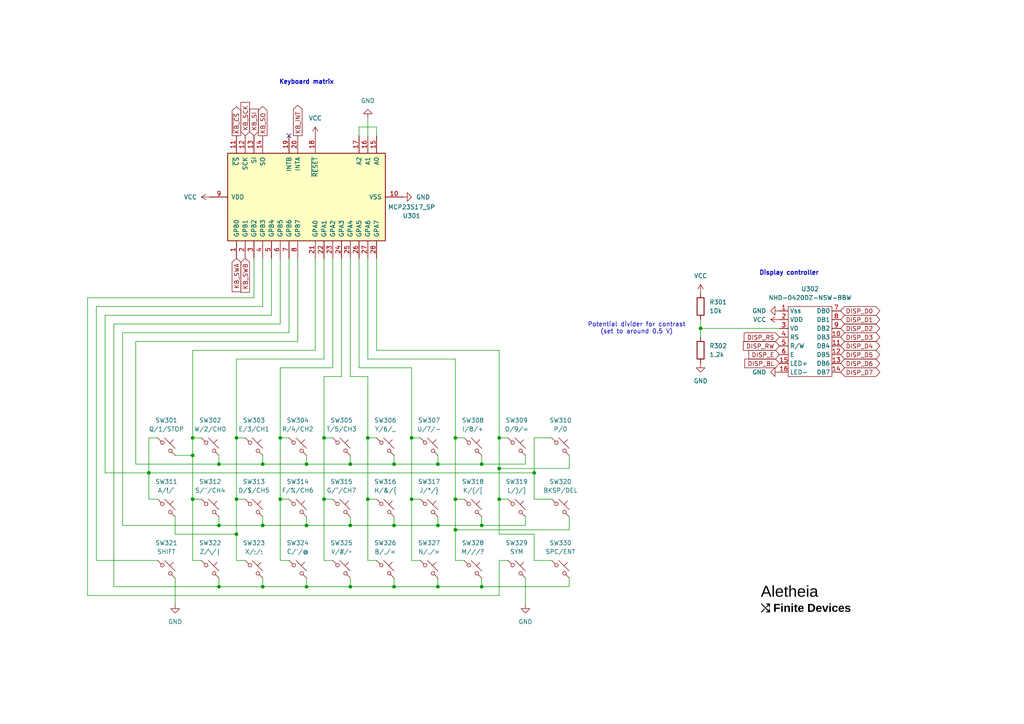
<source format=kicad_sch>
(kicad_sch (version 20250114) (generator "eeschema") (generator_version "9.0")
  (paper "A4")
  (title_block (title "Aletheia") (date "2026-01-15") (rev "1") (company "Finite Devices"))
  (lib_symbols
    (symbol "Components:NHD-0420DZ-FL-YBW"
      (property "Reference" "U" (at -4.318 13.716 0))
      (property "Value" "NHD-0420DZ-FL-YBW" (at 6.096 11.684 0))
      (symbol "NHD-0420DZ-FL-YBW_0_1"
        (rectangle (start -5.08 10.16) (end 7.62 -10.16))
      )
      (symbol "NHD-0420DZ-FL-YBW_1_1"
        (pin power_in line (at -7.62 8.89 0) (length 2.54) (name "Vss") (number "1"))
        (pin power_in line (at -7.62 6.35 0) (length 2.54) (name "VDD") (number "2"))
        (pin power_in line (at -7.62 3.81 0) (length 2.54) (name "V0") (number "3"))
        (pin input line (at -7.62 1.27 0) (length 2.54) (name "RS") (number "4"))
        (pin input line (at -7.62 -1.27 0) (length 2.54) (name "R/W") (number "5"))
        (pin input line (at -7.62 -3.81 0) (length 2.54) (name "E") (number "6"))
        (pin power_in line (at -7.62 -6.35 0) (length 2.54) (name "LED+") (number "15"))
        (pin power_in line (at -7.62 -8.89 0) (length 2.54) (name "LED-") (number "16"))
        (pin tri_state line (at 10.16 8.89 180) (length 2.54) (name "DB0") (number "7"))
        (pin tri_state line (at 10.16 6.35 180) (length 2.54) (name "DB1") (number "8"))
        (pin tri_state line (at 10.16 3.81 180) (length 2.54) (name "DB2") (number "9"))
        (pin tri_state line (at 10.16 1.27 180) (length 2.54) (name "DB3") (number "10"))
        (pin tri_state line (at 10.16 -1.27 180) (length 2.54) (name "DB4") (number "11"))
        (pin tri_state line (at 10.16 -3.81 180) (length 2.54) (name "DB5") (number "12"))
        (pin tri_state line (at 10.16 -6.35 180) (length 2.54) (name "DB6") (number "13"))
        (pin tri_state line (at 10.16 -8.89 180) (length 2.54) (name "DB7") (number "14"))
      )
    )
    (symbol "Device:R" (pin_numbers (hide yes)) (pin_names (offset 0))
      (property "Reference" "R" (at 2.032 0 90))
      (property "Value" "R" (at 0 0 90))
      (symbol "R_0_1"
        (rectangle (start -1.016 -2.54) (end 1.016 2.54) (stroke (width 0.254)))
      )
      (symbol "R_1_1"
        (pin passive line (at 0 3.81 270) (length 1.27) (name "~") (number "1"))
        (pin passive line (at 0 -3.81 90) (length 1.27) (name "~") (number "2"))
      )
    )
    (symbol "Interface_Expansion:MCP23S17_SP" (pin_names (offset 1.016))
      (property "Reference" "U" (at -11.43 24.13 0))
      (property "Value" "MCP23S17_SP" (at 0 0 0))
      (symbol "MCP23S17_SP_0_1"
        (rectangle (start -12.7 22.86) (end 12.7 -22.86) (stroke (width 0.254)) (fill (type background)))
      )
      (symbol "MCP23S17_SP_1_1"
        (pin input line (at -17.78 20.32 0) (length 5.08) (name "~{CS}") (number "11"))
        (pin input line (at -17.78 17.78 0) (length 5.08) (name "SCK") (number "12"))
        (pin input line (at -17.78 15.24 0) (length 5.08) (name "SI") (number "13"))
        (pin output line (at -17.78 12.7 0) (length 5.08) (name "SO") (number "14"))
        (pin tri_state line (at -17.78 5.08 0) (length 5.08) (name "INTB") (number "19"))
        (pin tri_state line (at -17.78 2.54 0) (length 5.08) (name "INTA") (number "20"))
        (pin input line (at -17.78 -2.54 0) (length 5.08) (name "~{RESET}") (number "18"))
        (pin input line (at -17.78 -15.24 0) (length 5.08) (name "A2") (number "17"))
        (pin input line (at -17.78 -17.78 0) (length 5.08) (name "A1") (number "16"))
        (pin input line (at -17.78 -20.32 0) (length 5.08) (name "A0") (number "15"))
        (pin power_in line (at 0 27.94 270) (length 5.08) (name "VDD") (number "9"))
        (pin power_in line (at 0 -27.94 90) (length 5.08) (name "VSS") (number "10"))
        (pin bidirectional line (at 17.78 20.32 180) (length 5.08) (name "GPB0") (number "1"))
        (pin bidirectional line (at 17.78 17.78 180) (length 5.08) (name "GPB1") (number "2"))
        (pin bidirectional line (at 17.78 15.24 180) (length 5.08) (name "GPB2") (number "3"))
        (pin bidirectional line (at 17.78 12.7 180) (length 5.08) (name "GPB3") (number "4"))
        (pin bidirectional line (at 17.78 10.16 180) (length 5.08) (name "GPB4") (number "5"))
        (pin bidirectional line (at 17.78 7.62 180) (length 5.08) (name "GPB5") (number "6"))
        (pin bidirectional line (at 17.78 5.08 180) (length 5.08) (name "GPB6") (number "7"))
        (pin bidirectional line (at 17.78 2.54 180) (length 5.08) (name "GPB7") (number "8"))
        (pin bidirectional line (at 17.78 -2.54 180) (length 5.08) (name "GPA0") (number "21"))
        (pin bidirectional line (at 17.78 -5.08 180) (length 5.08) (name "GPA1") (number "22"))
        (pin bidirectional line (at 17.78 -7.62 180) (length 5.08) (name "GPA2") (number "23"))
        (pin bidirectional line (at 17.78 -10.16 180) (length 5.08) (name "GPA3") (number "24"))
        (pin bidirectional line (at 17.78 -12.7 180) (length 5.08) (name "GPA4") (number "25"))
        (pin bidirectional line (at 17.78 -15.24 180) (length 5.08) (name "GPA5") (number "26"))
        (pin bidirectional line (at 17.78 -17.78 180) (length 5.08) (name "GPA6") (number "27"))
        (pin bidirectional line (at 17.78 -20.32 180) (length 5.08) (name "GPA7") (number "28"))
      )
    )
    (symbol "Switch:SW_Push_45deg" (pin_numbers (hide yes)) (pin_names (offset 1.016) (hide yes))
      (property "Reference" "SW" (at 3.048 1.016 0))
      (property "Value" "SW_Push_45deg" (at 0 -3.81 0))
      (symbol "SW_Push_45deg_0_1"
        (polyline (pts (xy -2.54 2.54) (xy -1.524 1.524) (xy -1.524 1.524)))
        (circle (center -1.1684 1.1684) (radius 0.508))
        (polyline (pts (xy -0.508 2.54) (xy 2.54 -0.508)))
        (polyline (pts (xy 1.016 1.016) (xy 2.032 2.032)))
        (circle (center 1.143 -1.1938) (radius 0.508))
        (polyline (pts (xy 1.524 -1.524) (xy 2.54 -2.54) (xy 2.54 -2.54) (xy 2.54 -2.54)))
        (pin passive line (at -2.54 2.54 0) (length 0) (name "1") (number "1"))
        (pin passive line (at 2.54 -2.54 180) (length 0) (name "2") (number "2"))
      )
    )
    (symbol "power:GND" (power) (pin_numbers (hide yes)) (pin_names (offset 0) (hide yes))
      (property "Value" "GND" (at 0 -3.81 0))
      (symbol "GND_0_1"
        (polyline (pts (xy 0 0) (xy 0 -1.27) (xy 1.27 -1.27) (xy 0 -2.54) (xy -1.27 -1.27) (xy 0 -1.27)))
      )
      (symbol "GND_1_1"
        (pin power_in line (at 0 0 270) (length 0) (name "~") (number "1"))
      )
    )
    (symbol "power:VCC" (power) (pin_numbers (hide yes)) (pin_names (offset 0) (hide yes))
      (property "Value" "VCC" (at 0 3.556 0))
      (symbol "VCC_0_1"
        (polyline (pts (xy -0.762 1.27) (xy 0 2.54)))
        (polyline (pts (xy 0 2.54) (xy 0.762 1.27)))
        (polyline (pts (xy 0 0) (xy 0 2.54)))
      )
      (symbol "VCC_1_1"
        (pin power_in line (at 0 0 90) (length 0) (name "~") (number "1"))
      )
    )
  )
  (text "Display controller" (at 228.854 79.248 0) (effects (font (size 1.27 1.27) (thickness 0.254) (bold yes))))
  (text "Keyboard matrix" (at 88.9 23.876 0) (effects (font (size 1.27 1.27) (thickness 0.254) (bold yes))))
  (text "Potential divider for contrast\n(set to around 0.5 V)" (at 184.658 95.25 0) (effects (font (size 1.27 1.27) (thickness 0.1588))))
  (junction (at 93.98 127))
  (junction (at 63.5 170.18))
  (junction (at 55.88 144.78))
  (junction (at 144.78 127))
  (junction (at 127 134.62))
  (junction (at 55.88 132.08))
  (junction (at 114.3 134.62))
  (junction (at 88.9 134.62))
  (junction (at 101.6 170.18))
  (junction (at 81.28 127))
  (junction (at 81.28 144.78))
  (junction (at 88.9 170.18))
  (junction (at 93.98 144.78))
  (junction (at 154.94 137.16))
  (junction (at 144.78 144.78))
  (junction (at 68.58 127))
  (junction (at 139.7 170.18))
  (junction (at 43.18 137.16))
  (junction (at 203.2 95.25))
  (junction (at 139.7 152.4))
  (junction (at 144.78 135.89))
  (junction (at 132.08 144.78))
  (junction (at 101.6 152.4))
  (junction (at 76.2 170.18))
  (junction (at 106.68 127))
  (junction (at 88.9 152.4))
  (junction (at 106.68 144.78))
  (junction (at 132.08 127))
  (junction (at 76.2 134.62))
  (junction (at 114.3 170.18))
  (junction (at 68.58 144.78))
  (junction (at 119.38 127))
  (junction (at 139.7 134.62))
  (junction (at 127 152.4))
  (junction (at 63.5 134.62))
  (junction (at 114.3 152.4))
  (junction (at 101.6 134.62))
  (junction (at 55.88 127))
  (junction (at 68.58 154.94))
  (junction (at 76.2 152.4))
  (junction (at 63.5 152.4))
  (junction (at 127 170.18))
  (junction (at 132.08 153.67))
  (junction (at 119.38 144.78))
  (no_connect (at 83.82 39.37))
  (wire (pts (xy 154.94 144.78) (xy 160.02 144.78)))
  (wire (pts (xy 144.78 127) (xy 144.78 135.89)))
  (wire (pts (xy 114.3 167.64) (xy 114.3 170.18)))
  (wire (pts (xy 114.3 152.4) (xy 127 152.4)))
  (wire (pts (xy 78.74 91.44) (xy 30.48 91.44)))
  (wire (pts (xy 165.1 153.67) (xy 132.08 153.67)))
  (wire (pts (xy 25.4 86.36) (xy 73.66 86.36)))
  (wire (pts (xy 203.2 95.25) (xy 226.06 95.25)))
  (wire (pts (xy 63.5 152.4) (xy 76.2 152.4)))
  (wire (pts (xy 50.8 149.86) (xy 50.8 154.94)))
  (wire (pts (xy 45.72 144.78) (xy 43.18 144.78)))
  (wire (pts (xy 55.88 144.78) (xy 58.42 144.78)))
  (wire (pts (xy 106.68 127) (xy 106.68 144.78)))
  (wire (pts (xy 203.2 95.25) (xy 203.2 97.79)))
  (wire (pts (xy 165.1 167.64) (xy 165.1 170.18)))
  (wire (pts (xy 91.44 101.6) (xy 55.88 101.6)))
  (wire (pts (xy 127 132.08) (xy 127 134.62)))
  (wire (pts (xy 68.58 104.14) (xy 68.58 127)))
  (wire (pts (xy 55.88 132.08) (xy 55.88 144.78)))
  (wire (pts (xy 88.9 170.18) (xy 101.6 170.18)))
  (wire (pts (xy 83.82 162.56) (xy 81.28 162.56)))
  (wire (pts (xy 104.14 39.37) (xy 104.14 36.83)))
  (wire (pts (xy 154.94 154.94) (xy 154.94 162.56)))
  (wire (pts (xy 121.92 162.56) (xy 119.38 162.56)))
  (wire (pts (xy 25.4 172.72) (xy 25.4 86.36)))
  (wire (pts (xy 106.68 144.78) (xy 106.68 162.56)))
  (wire (pts (xy 101.6 152.4) (xy 114.3 152.4)))
  (wire (pts (xy 86.36 74.93) (xy 86.36 99.06)))
  (wire (pts (xy 50.8 154.94) (xy 68.58 154.94)))
  (wire (pts (xy 109.22 101.6) (xy 144.78 101.6)))
  (wire (pts (xy 33.02 170.18) (xy 63.5 170.18)))
  (wire (pts (xy 68.58 127) (xy 68.58 144.78)))
  (wire (pts (xy 33.02 93.98) (xy 33.02 170.18)))
  (wire (pts (xy 101.6 74.93) (xy 101.6 109.22)))
  (wire (pts (xy 39.37 99.06) (xy 39.37 134.62)))
  (wire (pts (xy 96.52 162.56) (xy 93.98 162.56)))
  (wire (pts (xy 127 149.86) (xy 127 152.4)))
  (wire (pts (xy 203.2 92.71) (xy 203.2 95.25)))
  (wire (pts (xy 165.1 132.08) (xy 165.1 135.89)))
  (wire (pts (xy 154.94 162.56) (xy 160.02 162.56)))
  (wire (pts (xy 147.32 162.56) (xy 144.78 162.56)))
  (wire (pts (xy 55.88 144.78) (xy 55.88 162.56)))
  (wire (pts (xy 86.36 99.06) (xy 39.37 99.06)))
  (wire (pts (xy 132.08 144.78) (xy 132.08 153.67)))
  (wire (pts (xy 45.72 127) (xy 43.18 127)))
  (wire (pts (xy 96.52 106.68) (xy 81.28 106.68)))
  (wire (pts (xy 27.94 162.56) (xy 27.94 88.9)))
  (wire (pts (xy 144.78 162.56) (xy 144.78 172.72)))
  (wire (pts (xy 144.78 101.6) (xy 144.78 127)))
  (wire (pts (xy 45.72 162.56) (xy 27.94 162.56)))
  (wire (pts (xy 119.38 144.78) (xy 121.92 144.78)))
  (wire (pts (xy 81.28 74.93) (xy 81.28 93.98)))
  (wire (pts (xy 63.5 149.86) (xy 63.5 152.4)))
  (wire (pts (xy 93.98 144.78) (xy 93.98 162.56)))
  (wire (pts (xy 101.6 167.64) (xy 101.6 170.18)))
  (wire (pts (xy 78.74 74.93) (xy 78.74 91.44)))
  (wire (pts (xy 132.08 104.14) (xy 132.08 127)))
  (wire (pts (xy 139.7 152.4) (xy 152.4 152.4)))
  (wire (pts (xy 93.98 127) (xy 93.98 144.78)))
  (wire (pts (xy 30.48 91.44) (xy 30.48 137.16)))
  (wire (pts (xy 91.44 74.93) (xy 91.44 101.6)))
  (wire (pts (xy 132.08 153.67) (xy 132.08 162.56)))
  (wire (pts (xy 109.22 74.93) (xy 109.22 101.6)))
  (wire (pts (xy 101.6 149.86) (xy 101.6 152.4)))
  (wire (pts (xy 101.6 109.22) (xy 106.68 109.22)))
  (wire (pts (xy 144.78 154.94) (xy 154.94 154.94)))
  (wire (pts (xy 63.5 132.08) (xy 63.5 134.62)))
  (wire (pts (xy 88.9 149.86) (xy 88.9 152.4)))
  (wire (pts (xy 106.68 127) (xy 109.22 127)))
  (wire (pts (xy 76.2 134.62) (xy 88.9 134.62)))
  (wire (pts (xy 104.14 106.68) (xy 119.38 106.68)))
  (wire (pts (xy 50.8 167.64) (xy 50.8 175.26)))
  (wire (pts (xy 76.2 170.18) (xy 88.9 170.18)))
  (wire (pts (xy 139.7 134.62) (xy 139.7 132.08)))
  (wire (pts (xy 63.5 134.62) (xy 76.2 134.62)))
  (wire (pts (xy 93.98 127) (xy 96.52 127)))
  (wire (pts (xy 104.14 74.93) (xy 104.14 106.68)))
  (wire (pts (xy 114.3 149.86) (xy 114.3 152.4)))
  (wire (pts (xy 99.06 74.93) (xy 99.06 109.22)))
  (wire (pts (xy 76.2 149.86) (xy 76.2 152.4)))
  (wire (pts (xy 119.38 127) (xy 119.38 144.78)))
  (wire (pts (xy 88.9 134.62) (xy 101.6 134.62)))
  (wire (pts (xy 165.1 149.86) (xy 165.1 153.67)))
  (wire (pts (xy 132.08 144.78) (xy 134.62 144.78)))
  (wire (pts (xy 63.5 170.18) (xy 76.2 170.18)))
  (wire (pts (xy 55.88 127) (xy 58.42 127)))
  (wire (pts (xy 139.7 170.18) (xy 165.1 170.18)))
  (wire (pts (xy 106.68 144.78) (xy 109.22 144.78)))
  (wire (pts (xy 88.9 132.08) (xy 88.9 134.62)))
  (wire (pts (xy 83.82 96.52) (xy 35.56 96.52)))
  (wire (pts (xy 93.98 74.93) (xy 93.98 104.14)))
  (wire (pts (xy 114.3 170.18) (xy 127 170.18)))
  (wire (pts (xy 106.68 109.22) (xy 106.68 127)))
  (wire (pts (xy 139.7 149.86) (xy 139.7 152.4)))
  (wire (pts (xy 119.38 106.68) (xy 119.38 127)))
  (wire (pts (xy 106.68 74.93) (xy 106.68 104.14)))
  (wire (pts (xy 144.78 144.78) (xy 144.78 154.94)))
  (wire (pts (xy 127 170.18) (xy 139.7 170.18)))
  (wire (pts (xy 132.08 127) (xy 134.62 127)))
  (wire (pts (xy 35.56 152.4) (xy 63.5 152.4)))
  (wire (pts (xy 144.78 144.78) (xy 147.32 144.78)))
  (wire (pts (xy 88.9 152.4) (xy 101.6 152.4)))
  (wire (pts (xy 114.3 134.62) (xy 127 134.62)))
  (wire (pts (xy 99.06 109.22) (xy 93.98 109.22)))
  (wire (pts (xy 127 167.64) (xy 127 170.18)))
  (wire (pts (xy 144.78 127) (xy 147.32 127)))
  (wire (pts (xy 81.28 127) (xy 81.28 144.78)))
  (wire (pts (xy 152.4 152.4) (xy 152.4 149.86)))
  (wire (pts (xy 68.58 144.78) (xy 68.58 154.94)))
  (wire (pts (xy 88.9 167.64) (xy 88.9 170.18)))
  (wire (pts (xy 35.56 96.52) (xy 35.56 152.4)))
  (wire (pts (xy 134.62 162.56) (xy 132.08 162.56)))
  (wire (pts (xy 68.58 127) (xy 71.12 127)))
  (wire (pts (xy 165.1 135.89) (xy 144.78 135.89)))
  (wire (pts (xy 73.66 86.36) (xy 73.66 74.93)))
  (wire (pts (xy 76.2 152.4) (xy 88.9 152.4)))
  (wire (pts (xy 81.28 144.78) (xy 81.28 162.56)))
  (wire (pts (xy 81.28 127) (xy 83.82 127)))
  (wire (pts (xy 106.68 34.29) (xy 106.68 39.37)))
  (wire (pts (xy 39.37 134.62) (xy 63.5 134.62)))
  (wire (pts (xy 27.94 88.9) (xy 76.2 88.9)))
  (wire (pts (xy 93.98 104.14) (xy 68.58 104.14)))
  (wire (pts (xy 71.12 162.56) (xy 68.58 162.56)))
  (wire (pts (xy 152.4 134.62) (xy 139.7 134.62)))
  (wire (pts (xy 76.2 88.9) (xy 76.2 74.93)))
  (wire (pts (xy 101.6 134.62) (xy 114.3 134.62)))
  (wire (pts (xy 30.48 137.16) (xy 43.18 137.16)))
  (wire (pts (xy 50.8 132.08) (xy 55.88 132.08)))
  (wire (pts (xy 76.2 132.08) (xy 76.2 134.62)))
  (wire (pts (xy 101.6 170.18) (xy 114.3 170.18)))
  (wire (pts (xy 81.28 93.98) (xy 33.02 93.98)))
  (wire (pts (xy 68.58 144.78) (xy 71.12 144.78)))
  (wire (pts (xy 109.22 162.56) (xy 106.68 162.56)))
  (wire (pts (xy 63.5 167.64) (xy 63.5 170.18)))
  (wire (pts (xy 132.08 127) (xy 132.08 144.78)))
  (wire (pts (xy 114.3 132.08) (xy 114.3 134.62)))
  (wire (pts (xy 76.2 167.64) (xy 76.2 170.18)))
  (wire (pts (xy 93.98 109.22) (xy 93.98 127)))
  (wire (pts (xy 139.7 167.64) (xy 139.7 170.18)))
  (wire (pts (xy 152.4 132.08) (xy 152.4 134.62)))
  (wire (pts (xy 81.28 106.68) (xy 81.28 127)))
  (wire (pts (xy 43.18 137.16) (xy 43.18 144.78)))
  (wire (pts (xy 127 152.4) (xy 139.7 152.4)))
  (wire (pts (xy 109.22 36.83) (xy 109.22 39.37)))
  (wire (pts (xy 154.94 137.16) (xy 154.94 144.78)))
  (wire (pts (xy 127 134.62) (xy 139.7 134.62)))
  (wire (pts (xy 58.42 162.56) (xy 55.88 162.56)))
  (wire (pts (xy 104.14 36.83) (xy 109.22 36.83)))
  (wire (pts (xy 152.4 167.64) (xy 152.4 175.26)))
  (wire (pts (xy 43.18 137.16) (xy 154.94 137.16)))
  (wire (pts (xy 93.98 144.78) (xy 96.52 144.78)))
  (wire (pts (xy 43.18 127) (xy 43.18 137.16)))
  (wire (pts (xy 81.28 144.78) (xy 83.82 144.78)))
  (wire (pts (xy 55.88 101.6) (xy 55.88 127)))
  (wire (pts (xy 101.6 132.08) (xy 101.6 134.62)))
  (wire (pts (xy 68.58 154.94) (xy 68.58 162.56)))
  (wire (pts (xy 154.94 137.16) (xy 154.94 127)))
  (wire (pts (xy 119.38 144.78) (xy 119.38 162.56)))
  (wire (pts (xy 96.52 74.93) (xy 96.52 106.68)))
  (wire (pts (xy 154.94 127) (xy 160.02 127)))
  (wire (pts (xy 144.78 135.89) (xy 144.78 144.78)))
  (wire (pts (xy 55.88 127) (xy 55.88 132.08)))
  (wire (pts (xy 83.82 74.93) (xy 83.82 96.52)))
  (wire (pts (xy 106.68 104.14) (xy 132.08 104.14)))
  (wire (pts (xy 144.78 172.72) (xy 25.4 172.72)))
  (wire (pts (xy 119.38 127) (xy 121.92 127)))
  (image (at 233.68 173.6598) (scale 1.18398))
  (global_label "DISP_E" (shape input) (at 226.06 102.87 180) (property "Intersheetrefs" "${INTERSHEET_REFS}" (effects (hide yes))))
  (global_label "DISP_D3" (shape tri_state) (at 243.84 97.79 0) (property "Intersheetrefs" "${INTERSHEET_REFS}" (effects (hide yes))))
  (global_label "DISP_RW" (shape input) (at 226.06 100.33 180) (property "Intersheetrefs" "${INTERSHEET_REFS}" (effects (hide yes))))
  (global_label "KB_SWA" (shape input) (at 68.58 74.93 270) (property "Intersheetrefs" "${INTERSHEET_REFS}" (effects (hide yes))))
  (global_label "DISP_D0" (shape tri_state) (at 243.84 90.17 0) (property "Intersheetrefs" "${INTERSHEET_REFS}" (effects (hide yes))))
  (global_label "~{KB_CS}" (shape output) (at 68.58 39.37 90) (property "Intersheetrefs" "${INTERSHEET_REFS}" (effects (hide yes))))
  (global_label "DISP_D7" (shape tri_state) (at 243.84 107.95 0) (property "Intersheetrefs" "${INTERSHEET_REFS}" (effects (hide yes))))
  (global_label "DISP_D1" (shape tri_state) (at 243.84 92.71 0) (property "Intersheetrefs" "${INTERSHEET_REFS}" (effects (hide yes))))
  (global_label "KB_SCK" (shape input) (at 71.12 39.37 90) (property "Intersheetrefs" "${INTERSHEET_REFS}" (effects (hide yes))))
  (global_label "DISP_BL" (shape input) (at 226.06 105.41 180) (property "Intersheetrefs" "${INTERSHEET_REFS}" (effects (hide yes))))
  (global_label "DISP_D4" (shape tri_state) (at 243.84 100.33 0) (property "Intersheetrefs" "${INTERSHEET_REFS}" (effects (hide yes))))
  (global_label "KB_SI" (shape input) (at 73.66 39.37 90) (property "Intersheetrefs" "${INTERSHEET_REFS}" (effects (hide yes))))
  (global_label "DISP_D2" (shape tri_state) (at 243.84 95.25 0) (property "Intersheetrefs" "${INTERSHEET_REFS}" (effects (hide yes))))
  (global_label "DISP_RS" (shape input) (at 226.06 97.79 180) (property "Intersheetrefs" "${INTERSHEET_REFS}" (effects (hide yes))))
  (global_label "DISP_D5" (shape tri_state) (at 243.84 102.87 0) (property "Intersheetrefs" "${INTERSHEET_REFS}" (effects (hide yes))))
  (global_label "KB_SWB" (shape input) (at 71.12 74.93 270) (property "Intersheetrefs" "${INTERSHEET_REFS}" (effects (hide yes))))
  (global_label "DISP_D6" (shape tri_state) (at 243.84 105.41 0) (property "Intersheetrefs" "${INTERSHEET_REFS}" (effects (hide yes))))
  (global_label "KB_SO" (shape output) (at 76.2 39.37 90) (property "Intersheetrefs" "${INTERSHEET_REFS}" (effects (hide yes))))
  (global_label "KB_INT" (shape output) (at 86.36 39.37 90) (effects (font (thickness 0.1588))) (property "Intersheetrefs" "${INTERSHEET_REFS}" (effects (hide yes))))
  (symbol (lib_id "power:GND") (at 226.06 90.17 270) (unit 1)
    (property "Reference" "#PWR0307" (effects (hide yes)))
    (property "Value" "GND" (at 222.25 90.1699 90) (effects (justify right)))
    (property "Description" "Power symbol creates a global label with name \"GND\" , ground" (effects (hide yes)))
  )
  (symbol (lib_id "power:GND") (at 116.84 57.15 90) (unit 1)
    (property "Reference" "#PWR0304" (effects (hide yes)))
    (property "Value" "GND" (at 120.65 57.1499 90) (effects (justify right)))
    (property "Description" "Power symbol creates a global label with name \"GND\" , ground" (effects (hide yes)))
  )
  (symbol (lib_id "Device:R") (at 203.2 88.9 0) (unit 1)
    (property "Reference" "R301" (at 205.74 87.6299 0) (effects (justify left)))
    (property "Value" "10k" (at 205.74 90.1699 0) (effects (justify left)))
    (property "Footprint" "Resistor_THT:R_Axial_DIN0207_L6.3mm_D2.5mm_P7.62mm_Horizontal" (effects (hide yes)))
    (property "Description" "Resistor" (effects (hide yes)))
  )
  (symbol (lib_id "power:GND") (at 226.06 107.95 270) (unit 1)
    (property "Reference" "#PWR0312" (effects (hide yes)))
    (property "Value" "GND" (at 222.25 107.9499 90) (effects (justify right)))
    (property "Description" "Power symbol creates a global label with name \"GND\" , ground" (effects (hide yes)))
  )
  (symbol (lib_id "Switch:SW_Push_45deg") (at 73.66 147.32 0) (unit 1)
    (property "Reference" "SW313" (at 73.66 139.7 0))
    (property "Value" "D/$/CH5" (at 73.66 142.24 0))
    (property "Footprint" "Button_Switch_THT:SW_PUSH_6mm" (effects (hide yes)))
    (property "Description" "Push button switch, normally open, two pins, 45° tilted" (effects (hide yes)))
  )
  (symbol (lib_id "power:GND") (at 203.2 105.41 0) (unit 1)
    (property "Reference" "#PWR0310" (effects (hide yes)))
    (property "Value" "GND" (at 203.2 110.49 0))
    (property "Description" "Power symbol creates a global label with name \"GND\" , ground" (effects (hide yes)))
  )
  (symbol (lib_id "Switch:SW_Push_45deg") (at 86.36 165.1 0) (unit 1)
    (property "Reference" "SW324" (at 86.36 157.48 0))
    (property "Value" "C/'/@" (at 86.36 160.02 0))
    (property "Footprint" "Button_Switch_THT:SW_PUSH_6mm" (effects (hide yes)))
    (property "Description" "Push button switch, normally open, two pins, 45° tilted" (effects (hide yes)))
  )
  (symbol (lib_id "Switch:SW_Push_45deg") (at 73.66 129.54 0) (unit 1)
    (property "Reference" "SW303" (at 73.66 121.92 0))
    (property "Value" "E/3/CH1" (at 73.66 124.46 0))
    (property "Footprint" "Button_Switch_THT:SW_PUSH_6mm" (effects (hide yes)))
    (property "Description" "Push button switch, normally open, two pins, 45° tilted" (effects (hide yes)))
  )
  (symbol (lib_id "Switch:SW_Push_45deg") (at 99.06 129.54 0) (unit 1)
    (property "Reference" "SW305" (at 99.06 121.92 0))
    (property "Value" "T/5/CH3" (at 99.06 124.46 0))
    (property "Footprint" "Button_Switch_THT:SW_PUSH_6mm" (effects (hide yes)))
    (property "Description" "Push button switch, normally open, two pins, 45° tilted" (effects (hide yes)))
  )
  (symbol (lib_id "Switch:SW_Push_45deg") (at 149.86 165.1 0) (unit 1)
    (property "Reference" "SW329" (at 149.86 157.48 0))
    (property "Value" "SYM" (at 149.86 160.02 0))
    (property "Footprint" "Button_Switch_THT:SW_PUSH_6mm" (effects (hide yes)))
    (property "Description" "Push button switch, normally open, two pins, 45° tilted" (effects (hide yes)))
  )
  (symbol (lib_id "Switch:SW_Push_45deg") (at 162.56 129.54 0) (unit 1)
    (property "Reference" "SW310" (at 162.56 121.92 0))
    (property "Value" "P/0" (at 162.56 124.46 0))
    (property "Footprint" "Button_Switch_THT:SW_PUSH_6mm" (effects (hide yes)))
    (property "Description" "Push button switch, normally open, two pins, 45° tilted" (effects (hide yes)))
  )
  (symbol (lib_id "Switch:SW_Push_45deg") (at 99.06 147.32 0) (unit 1)
    (property "Reference" "SW315" (at 99.06 139.7 0))
    (property "Value" "G/^/CH7" (at 99.06 142.24 0))
    (property "Footprint" "Button_Switch_THT:SW_PUSH_6mm" (effects (hide yes)))
    (property "Description" "Push button switch, normally open, two pins, 45° tilted" (effects (hide yes)))
  )
  (symbol (lib_id "power:GND") (at 50.8 175.26 0) (unit 1)
    (property "Reference" "#PWR0301" (effects (hide yes)))
    (property "Value" "GND" (at 50.8 180.34 0))
    (property "Description" "Power symbol creates a global label with name \"GND\" , ground" (effects (hide yes)))
  )
  (symbol (lib_id "Switch:SW_Push_45deg") (at 124.46 147.32 0) (unit 1)
    (property "Reference" "SW317" (at 124.46 139.7 0))
    (property "Value" "J/*/}" (at 124.46 142.24 0))
    (property "Footprint" "Button_Switch_THT:SW_PUSH_6mm" (effects (hide yes)))
    (property "Description" "Push button switch, normally open, two pins, 45° tilted" (effects (hide yes)))
  )
  (symbol (lib_id "Switch:SW_Push_45deg") (at 137.16 129.54 0) (unit 1)
    (property "Reference" "SW308" (at 137.16 121.92 0))
    (property "Value" "I/8/+" (at 137.16 124.46 0))
    (property "Footprint" "Button_Switch_THT:SW_PUSH_6mm" (effects (hide yes)))
    (property "Description" "Push button switch, normally open, two pins, 45° tilted" (effects (hide yes)))
  )
  (symbol (lib_id "Switch:SW_Push_45deg") (at 124.46 165.1 0) (unit 1)
    (property "Reference" "SW327" (at 124.46 157.48 0))
    (property "Value" "N/./>" (at 124.46 160.02 0))
    (property "Footprint" "Button_Switch_THT:SW_PUSH_6mm" (effects (hide yes)))
    (property "Description" "Push button switch, normally open, two pins, 45° tilted" (effects (hide yes)))
  )
  (symbol (lib_id "Switch:SW_Push_45deg") (at 60.96 147.32 0) (unit 1)
    (property "Reference" "SW312" (at 60.96 139.7 0))
    (property "Value" "S/\"/CH4" (at 60.96 142.24 0))
    (property "Footprint" "Button_Switch_THT:SW_PUSH_6mm" (effects (hide yes)))
    (property "Description" "Push button switch, normally open, two pins, 45° tilted" (effects (hide yes)))
  )
  (symbol (lib_id "Switch:SW_Push_45deg") (at 99.06 165.1 0) (unit 1)
    (property "Reference" "SW325" (at 99.06 157.48 0))
    (property "Value" "V/#/~" (at 99.06 160.02 0))
    (property "Footprint" "Button_Switch_THT:SW_PUSH_6mm" (effects (hide yes)))
    (property "Description" "Push button switch, normally open, two pins, 45° tilted" (effects (hide yes)))
  )
  (symbol (lib_id "power:VCC") (at 60.96 57.15 90) (unit 1)
    (property "Reference" "#PWR0303" (effects (hide yes)))
    (property "Value" "VCC" (at 57.15 57.1499 90) (effects (justify left)))
    (property "Description" "Power symbol creates a global label with name \"VCC\"" (effects (hide yes)))
  )
  (symbol (lib_id "power:VCC") (at 91.44 39.37 0) (unit 1)
    (property "Reference" "#PWR0305" (effects (hide yes)))
    (property "Value" "VCC" (at 91.44 34.29 0))
    (property "Description" "Power symbol creates a global label with name \"VCC\"" (effects (hide yes)))
  )
  (symbol (lib_id "Switch:SW_Push_45deg") (at 149.86 129.54 0) (unit 1)
    (property "Reference" "SW309" (at 149.86 121.92 0))
    (property "Value" "O/9/=" (at 149.86 124.46 0))
    (property "Footprint" "Button_Switch_THT:SW_PUSH_6mm" (effects (hide yes)))
    (property "Description" "Push button switch, normally open, two pins, 45° tilted" (effects (hide yes)))
  )
  (symbol (lib_id "Switch:SW_Push_45deg") (at 124.46 129.54 0) (unit 1)
    (property "Reference" "SW307" (at 124.46 121.92 0))
    (property "Value" "U/7/-" (at 124.46 124.46 0))
    (property "Footprint" "Button_Switch_THT:SW_PUSH_6mm" (effects (hide yes)))
    (property "Description" "Push button switch, normally open, two pins, 45° tilted" (effects (hide yes)))
  )
  (symbol (lib_id "power:VCC") (at 226.06 92.71 90) (unit 1)
    (property "Reference" "#PWR0308" (effects (hide yes)))
    (property "Value" "VCC" (at 222.25 92.7099 90) (effects (justify left)))
    (property "Description" "Power symbol creates a global label with name \"VCC\"" (effects (hide yes)))
  )
  (symbol (lib_id "power:GND") (at 152.4 175.26 0) (unit 1)
    (property "Reference" "#PWR0302" (effects (hide yes)))
    (property "Value" "GND" (at 152.4 180.34 0))
    (property "Description" "Power symbol creates a global label with name \"GND\" , ground" (effects (hide yes)))
  )
  (symbol (lib_id "Switch:SW_Push_45deg") (at 86.36 129.54 0) (unit 1)
    (property "Reference" "SW304" (at 86.36 121.92 0))
    (property "Value" "R/4/CH2" (at 86.36 124.46 0))
    (property "Footprint" "Button_Switch_THT:SW_PUSH_6mm" (effects (hide yes)))
    (property "Description" "Push button switch, normally open, two pins, 45° tilted" (effects (hide yes)))
  )
  (symbol (lib_id "Components:NHD-0420DZ-FL-YBW") (at 233.68 99.06 0) (unit 1)
    (property "Reference" "U302" (at 234.95 83.82 0))
    (property "Value" "NHD-0420DZ-NSW-BBW" (at 234.95 86.36 0))
    (property "Footprint" "Components:NHD-0420DZ-FL-YBW" (effects (hide yes)))
  )
  (symbol (lib_id "Switch:SW_Push_45deg") (at 48.26 147.32 0) (unit 1)
    (property "Reference" "SW311" (at 48.26 139.7 0))
    (property "Value" "A/!/`" (at 48.26 142.24 0))
    (property "Footprint" "Button_Switch_THT:SW_PUSH_6mm" (effects (hide yes)))
    (property "Description" "Push button switch, normally open, two pins, 45° tilted" (effects (hide yes)))
  )
  (symbol (lib_id "Switch:SW_Push_45deg") (at 111.76 165.1 0) (unit 1)
    (property "Reference" "SW326" (at 111.76 157.48 0))
    (property "Value" "B/,/<" (at 111.76 160.02 0))
    (property "Footprint" "Button_Switch_THT:SW_PUSH_6mm" (effects (hide yes)))
    (property "Description" "Push button switch, normally open, two pins, 45° tilted" (effects (hide yes)))
  )
  (symbol (lib_id "Switch:SW_Push_45deg") (at 162.56 165.1 0) (unit 1)
    (property "Reference" "SW330" (at 162.56 157.48 0))
    (property "Value" "SPC/ENT" (at 162.56 160.02 0))
    (property "Footprint" "Button_Switch_THT:SW_PUSH_6mm" (effects (hide yes)))
    (property "Description" "Push button switch, normally open, two pins, 45° tilted" (effects (hide yes)))
  )
  (symbol (lib_id "Switch:SW_Push_45deg") (at 60.96 165.1 0) (unit 1)
    (property "Reference" "SW322" (at 60.96 157.48 0))
    (property "Value" "Z/\\/|" (at 60.96 160.02 0))
    (property "Footprint" "Button_Switch_THT:SW_PUSH_6mm" (effects (hide yes)))
    (property "Description" "Push button switch, normally open, two pins, 45° tilted" (effects (hide yes)))
  )
  (symbol (lib_id "Device:R") (at 203.2 101.6 0) (unit 1)
    (property "Reference" "R302" (at 205.74 100.3299 0) (effects (justify left)))
    (property "Value" "1.2k" (at 205.74 102.8699 0) (effects (justify left)))
    (property "Footprint" "Resistor_THT:R_Axial_DIN0207_L6.3mm_D2.5mm_P7.62mm_Horizontal" (effects (hide yes)))
    (property "Description" "Resistor" (effects (hide yes)))
  )
  (symbol (lib_id "Switch:SW_Push_45deg") (at 73.66 165.1 0) (unit 1)
    (property "Reference" "SW323" (at 73.66 157.48 0))
    (property "Value" "X/;/:" (at 73.66 160.02 0))
    (property "Footprint" "Button_Switch_THT:SW_PUSH_6mm" (effects (hide yes)))
    (property "Description" "Push button switch, normally open, two pins, 45° tilted" (effects (hide yes)))
  )
  (symbol (lib_id "Switch:SW_Push_45deg") (at 137.16 147.32 0) (unit 1)
    (property "Reference" "SW318" (at 137.16 139.7 0))
    (property "Value" "K/(/[" (at 137.16 142.24 0))
    (property "Footprint" "Button_Switch_THT:SW_PUSH_6mm" (effects (hide yes)))
    (property "Description" "Push button switch, normally open, two pins, 45° tilted" (effects (hide yes)))
  )
  (symbol (lib_id "Switch:SW_Push_45deg") (at 137.16 165.1 0) (unit 1)
    (property "Reference" "SW328" (at 137.16 157.48 0))
    (property "Value" "M///?" (at 137.16 160.02 0))
    (property "Footprint" "Button_Switch_THT:SW_PUSH_6mm" (effects (hide yes)))
    (property "Description" "Push button switch, normally open, two pins, 45° tilted" (effects (hide yes)))
  )
  (symbol (lib_id "power:GND") (at 106.68 34.29 180) (unit 1)
    (property "Reference" "#PWR0306" (effects (hide yes)))
    (property "Value" "GND" (at 106.68 29.21 0))
    (property "Description" "Power symbol creates a global label with name \"GND\" , ground" (effects (hide yes)))
  )
  (symbol (lib_id "Switch:SW_Push_45deg") (at 149.86 147.32 0) (unit 1)
    (property "Reference" "SW319" (at 149.86 139.7 0))
    (property "Value" "L/)/]" (at 149.86 142.24 0))
    (property "Footprint" "Button_Switch_THT:SW_PUSH_6mm" (effects (hide yes)))
    (property "Description" "Push button switch, normally open, two pins, 45° tilted" (effects (hide yes)))
  )
  (symbol (lib_id "power:VCC") (at 203.2 85.09 0) (unit 1)
    (property "Reference" "#PWR0309" (effects (hide yes)))
    (property "Value" "VCC" (at 203.2 80.01 0))
    (property "Description" "Power symbol creates a global label with name \"VCC\"" (effects (hide yes)))
  )
  (symbol (lib_id "Switch:SW_Push_45deg") (at 111.76 129.54 0) (unit 1)
    (property "Reference" "SW306" (at 111.76 121.92 0))
    (property "Value" "Y/6/_" (at 111.76 124.46 0))
    (property "Footprint" "Button_Switch_THT:SW_PUSH_6mm" (effects (hide yes)))
    (property "Description" "Push button switch, normally open, two pins, 45° tilted" (effects (hide yes)))
  )
  (symbol (lib_id "Switch:SW_Push_45deg") (at 162.56 147.32 0) (unit 1)
    (property "Reference" "SW320" (at 162.56 139.7 0))
    (property "Value" "BKSP/DEL" (at 162.56 142.24 0))
    (property "Footprint" "Button_Switch_THT:SW_PUSH_6mm" (effects (hide yes)))
    (property "Description" "Push button switch, normally open, two pins, 45° tilted" (effects (hide yes)))
  )
  (symbol (lib_id "Switch:SW_Push_45deg") (at 111.76 147.32 0) (unit 1)
    (property "Reference" "SW316" (at 111.76 139.7 0))
    (property "Value" "H/&/{" (at 111.76 142.24 0))
    (property "Footprint" "Button_Switch_THT:SW_PUSH_6mm" (effects (hide yes)))
    (property "Description" "Push button switch, normally open, two pins, 45° tilted" (effects (hide yes)))
  )
  (symbol (lib_id "Switch:SW_Push_45deg") (at 86.36 147.32 0) (unit 1)
    (property "Reference" "SW314" (at 86.36 139.7 0))
    (property "Value" "F/%/CH6" (at 86.36 142.24 0))
    (property "Footprint" "Button_Switch_THT:SW_PUSH_6mm" (effects (hide yes)))
    (property "Description" "Push button switch, normally open, two pins, 45° tilted" (effects (hide yes)))
  )
  (symbol (lib_id "Switch:SW_Push_45deg") (at 48.26 129.54 0) (unit 1)
    (property "Reference" "SW301" (at 48.26 121.92 0))
    (property "Value" "Q/1/STOP" (at 48.26 124.46 0))
    (property "Footprint" "Button_Switch_THT:SW_PUSH_6mm" (effects (hide yes)))
    (property "Description" "Push button switch, normally open, two pins, 45° tilted" (effects (hide yes)))
  )
  (symbol (lib_id "Interface_Expansion:MCP23S17_SP") (at 88.9 57.15 90) (mirror x) (unit 1)
    (property "Reference" "U301" (at 119.38 62.5954 90))
    (property "Value" "MCP23S17_SP" (at 119.38 60.0554 90))
    (property "Footprint" "Package_DIP:DIP-28_W7.62mm" (effects (hide yes)))
    (property "Datasheet" "http://ww1.microchip.com/downloads/en/DeviceDoc/20001952C.pdf" (effects (hide yes)))
    (property "Description" "16-bit I/O expander, SPI, interrupts, w pull-ups, SPDIP-28" (effects (hide yes)))
  )
  (symbol (lib_id "Switch:SW_Push_45deg") (at 48.26 165.1 0) (unit 1)
    (property "Reference" "SW321" (at 48.26 157.48 0))
    (property "Value" "SHIFT" (at 48.26 160.02 0))
    (property "Footprint" "Button_Switch_THT:SW_PUSH_6mm" (effects (hide yes)))
    (property "Description" "Push button switch, normally open, two pins, 45° tilted" (effects (hide yes)))
  )
  (symbol (lib_id "Switch:SW_Push_45deg") (at 60.96 129.54 0) (unit 1)
    (property "Reference" "SW302" (at 60.96 121.92 0))
    (property "Value" "W/2/CH0" (at 60.96 124.46 0))
    (property "Footprint" "Button_Switch_THT:SW_PUSH_6mm" (effects (hide yes)))
    (property "Description" "Push button switch, normally open, two pins, 45° tilted" (effects (hide yes)))
  )
)
</source>
